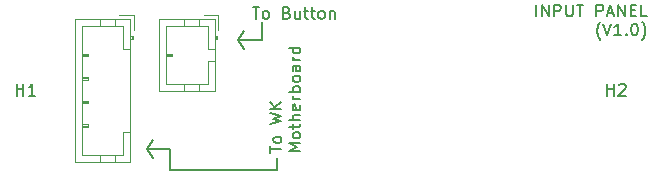
<source format=gbr>
%TF.GenerationSoftware,KiCad,Pcbnew,(6.0.9)*%
%TF.CreationDate,2023-05-10T13:01:55+05:30*%
%TF.ProjectId,Input_Panel(V2.0),496e7075-745f-4506-916e-656c2856322e,rev?*%
%TF.SameCoordinates,Original*%
%TF.FileFunction,Legend,Top*%
%TF.FilePolarity,Positive*%
%FSLAX46Y46*%
G04 Gerber Fmt 4.6, Leading zero omitted, Abs format (unit mm)*
G04 Created by KiCad (PCBNEW (6.0.9)) date 2023-05-10 13:01:55*
%MOMM*%
%LPD*%
G01*
G04 APERTURE LIST*
%ADD10C,0.152400*%
%ADD11C,0.150000*%
%ADD12C,0.120000*%
G04 APERTURE END LIST*
D10*
X14250000Y-13750000D02*
X13750000Y-13000000D01*
X14250000Y-12250000D02*
X13750000Y-13000000D01*
X15750000Y-13000000D02*
X13750000Y-13000000D01*
X15750000Y-14750000D02*
X15750000Y-13000000D01*
X24750000Y-14750000D02*
X15750000Y-14750000D01*
X24750000Y-13750000D02*
X24750000Y-14750000D01*
X24147380Y-13305701D02*
X24147380Y-12734273D01*
X25147380Y-13019987D02*
X24147380Y-13019987D01*
X25147380Y-12258082D02*
X25099761Y-12353320D01*
X25052142Y-12400940D01*
X24956904Y-12448559D01*
X24671190Y-12448559D01*
X24575952Y-12400940D01*
X24528333Y-12353320D01*
X24480714Y-12258082D01*
X24480714Y-12115225D01*
X24528333Y-12019987D01*
X24575952Y-11972368D01*
X24671190Y-11924749D01*
X24956904Y-11924749D01*
X25052142Y-11972368D01*
X25099761Y-12019987D01*
X25147380Y-12115225D01*
X25147380Y-12258082D01*
X24147380Y-10829511D02*
X25147380Y-10591416D01*
X24433095Y-10400940D01*
X25147380Y-10210463D01*
X24147380Y-9972368D01*
X25147380Y-9591416D02*
X24147380Y-9591416D01*
X25147380Y-9019987D02*
X24575952Y-9448559D01*
X24147380Y-9019987D02*
X24718809Y-9591416D01*
X26757380Y-13162844D02*
X25757380Y-13162844D01*
X26471666Y-12829511D01*
X25757380Y-12496178D01*
X26757380Y-12496178D01*
X26757380Y-11877130D02*
X26709761Y-11972368D01*
X26662142Y-12019987D01*
X26566904Y-12067606D01*
X26281190Y-12067606D01*
X26185952Y-12019987D01*
X26138333Y-11972368D01*
X26090714Y-11877130D01*
X26090714Y-11734273D01*
X26138333Y-11639035D01*
X26185952Y-11591416D01*
X26281190Y-11543797D01*
X26566904Y-11543797D01*
X26662142Y-11591416D01*
X26709761Y-11639035D01*
X26757380Y-11734273D01*
X26757380Y-11877130D01*
X26090714Y-11258082D02*
X26090714Y-10877130D01*
X25757380Y-11115225D02*
X26614523Y-11115225D01*
X26709761Y-11067606D01*
X26757380Y-10972368D01*
X26757380Y-10877130D01*
X26757380Y-10543797D02*
X25757380Y-10543797D01*
X26757380Y-10115225D02*
X26233571Y-10115225D01*
X26138333Y-10162844D01*
X26090714Y-10258082D01*
X26090714Y-10400940D01*
X26138333Y-10496178D01*
X26185952Y-10543797D01*
X26709761Y-9258082D02*
X26757380Y-9353320D01*
X26757380Y-9543797D01*
X26709761Y-9639035D01*
X26614523Y-9686654D01*
X26233571Y-9686654D01*
X26138333Y-9639035D01*
X26090714Y-9543797D01*
X26090714Y-9353320D01*
X26138333Y-9258082D01*
X26233571Y-9210463D01*
X26328809Y-9210463D01*
X26424047Y-9686654D01*
X26757380Y-8781892D02*
X26090714Y-8781892D01*
X26281190Y-8781892D02*
X26185952Y-8734273D01*
X26138333Y-8686654D01*
X26090714Y-8591416D01*
X26090714Y-8496178D01*
X26757380Y-8162844D02*
X25757380Y-8162844D01*
X26138333Y-8162844D02*
X26090714Y-8067606D01*
X26090714Y-7877130D01*
X26138333Y-7781892D01*
X26185952Y-7734273D01*
X26281190Y-7686654D01*
X26566904Y-7686654D01*
X26662142Y-7734273D01*
X26709761Y-7781892D01*
X26757380Y-7877130D01*
X26757380Y-8067606D01*
X26709761Y-8162844D01*
X26757380Y-7115225D02*
X26709761Y-7210463D01*
X26662142Y-7258082D01*
X26566904Y-7305701D01*
X26281190Y-7305701D01*
X26185952Y-7258082D01*
X26138333Y-7210463D01*
X26090714Y-7115225D01*
X26090714Y-6972368D01*
X26138333Y-6877130D01*
X26185952Y-6829511D01*
X26281190Y-6781892D01*
X26566904Y-6781892D01*
X26662142Y-6829511D01*
X26709761Y-6877130D01*
X26757380Y-6972368D01*
X26757380Y-7115225D01*
X26757380Y-5924749D02*
X26233571Y-5924749D01*
X26138333Y-5972368D01*
X26090714Y-6067606D01*
X26090714Y-6258082D01*
X26138333Y-6353320D01*
X26709761Y-5924749D02*
X26757380Y-6019987D01*
X26757380Y-6258082D01*
X26709761Y-6353320D01*
X26614523Y-6400940D01*
X26519285Y-6400940D01*
X26424047Y-6353320D01*
X26376428Y-6258082D01*
X26376428Y-6019987D01*
X26328809Y-5924749D01*
X26757380Y-5448559D02*
X26090714Y-5448559D01*
X26281190Y-5448559D02*
X26185952Y-5400940D01*
X26138333Y-5353320D01*
X26090714Y-5258082D01*
X26090714Y-5162844D01*
X26757380Y-4400940D02*
X25757380Y-4400940D01*
X26709761Y-4400940D02*
X26757380Y-4496178D01*
X26757380Y-4686654D01*
X26709761Y-4781892D01*
X26662142Y-4829511D01*
X26566904Y-4877130D01*
X26281190Y-4877130D01*
X26185952Y-4829511D01*
X26138333Y-4781892D01*
X26090714Y-4686654D01*
X26090714Y-4496178D01*
X26138333Y-4400940D01*
X22000000Y-4500000D02*
X21500000Y-3750000D01*
X22000000Y-3000000D02*
X21500000Y-3750000D01*
X23500000Y-3750000D02*
X21500000Y-3750000D01*
X23500000Y-2250000D02*
X23500000Y-3750000D01*
X22710463Y-952380D02*
X23281892Y-952380D01*
X22996178Y-1952380D02*
X22996178Y-952380D01*
X23758082Y-1952380D02*
X23662844Y-1904761D01*
X23615225Y-1857142D01*
X23567606Y-1761904D01*
X23567606Y-1476190D01*
X23615225Y-1380952D01*
X23662844Y-1333333D01*
X23758082Y-1285714D01*
X23900940Y-1285714D01*
X23996178Y-1333333D01*
X24043797Y-1380952D01*
X24091416Y-1476190D01*
X24091416Y-1761904D01*
X24043797Y-1857142D01*
X23996178Y-1904761D01*
X23900940Y-1952380D01*
X23758082Y-1952380D01*
X25615225Y-1428571D02*
X25758082Y-1476190D01*
X25805701Y-1523809D01*
X25853320Y-1619047D01*
X25853320Y-1761904D01*
X25805701Y-1857142D01*
X25758082Y-1904761D01*
X25662844Y-1952380D01*
X25281892Y-1952380D01*
X25281892Y-952380D01*
X25615225Y-952380D01*
X25710463Y-1000000D01*
X25758082Y-1047619D01*
X25805701Y-1142857D01*
X25805701Y-1238095D01*
X25758082Y-1333333D01*
X25710463Y-1380952D01*
X25615225Y-1428571D01*
X25281892Y-1428571D01*
X26710463Y-1285714D02*
X26710463Y-1952380D01*
X26281892Y-1285714D02*
X26281892Y-1809523D01*
X26329511Y-1904761D01*
X26424749Y-1952380D01*
X26567606Y-1952380D01*
X26662844Y-1904761D01*
X26710463Y-1857142D01*
X27043797Y-1285714D02*
X27424749Y-1285714D01*
X27186654Y-952380D02*
X27186654Y-1809523D01*
X27234273Y-1904761D01*
X27329511Y-1952380D01*
X27424749Y-1952380D01*
X27615225Y-1285714D02*
X27996178Y-1285714D01*
X27758082Y-952380D02*
X27758082Y-1809523D01*
X27805701Y-1904761D01*
X27900940Y-1952380D01*
X27996178Y-1952380D01*
X28472368Y-1952380D02*
X28377130Y-1904761D01*
X28329511Y-1857142D01*
X28281892Y-1761904D01*
X28281892Y-1476190D01*
X28329511Y-1380952D01*
X28377130Y-1333333D01*
X28472368Y-1285714D01*
X28615225Y-1285714D01*
X28710463Y-1333333D01*
X28758082Y-1380952D01*
X28805701Y-1476190D01*
X28805701Y-1761904D01*
X28758082Y-1857142D01*
X28710463Y-1904761D01*
X28615225Y-1952380D01*
X28472368Y-1952380D01*
X29234273Y-1285714D02*
X29234273Y-1952380D01*
X29234273Y-1380952D02*
X29281892Y-1333333D01*
X29377130Y-1285714D01*
X29519987Y-1285714D01*
X29615225Y-1333333D01*
X29662844Y-1428571D01*
X29662844Y-1952380D01*
X46724749Y-1747380D02*
X46724749Y-747380D01*
X47200940Y-1747380D02*
X47200940Y-747380D01*
X47772368Y-1747380D01*
X47772368Y-747380D01*
X48248559Y-1747380D02*
X48248559Y-747380D01*
X48629511Y-747380D01*
X48724749Y-795000D01*
X48772368Y-842619D01*
X48819987Y-937857D01*
X48819987Y-1080714D01*
X48772368Y-1175952D01*
X48724749Y-1223571D01*
X48629511Y-1271190D01*
X48248559Y-1271190D01*
X49248559Y-747380D02*
X49248559Y-1556904D01*
X49296178Y-1652142D01*
X49343797Y-1699761D01*
X49439035Y-1747380D01*
X49629511Y-1747380D01*
X49724749Y-1699761D01*
X49772368Y-1652142D01*
X49819987Y-1556904D01*
X49819987Y-747380D01*
X50153320Y-747380D02*
X50724749Y-747380D01*
X50439035Y-1747380D02*
X50439035Y-747380D01*
X51819987Y-1747380D02*
X51819987Y-747380D01*
X52200940Y-747380D01*
X52296178Y-795000D01*
X52343797Y-842619D01*
X52391416Y-937857D01*
X52391416Y-1080714D01*
X52343797Y-1175952D01*
X52296178Y-1223571D01*
X52200940Y-1271190D01*
X51819987Y-1271190D01*
X52772368Y-1461666D02*
X53248559Y-1461666D01*
X52677130Y-1747380D02*
X53010463Y-747380D01*
X53343797Y-1747380D01*
X53677130Y-1747380D02*
X53677130Y-747380D01*
X54248559Y-1747380D01*
X54248559Y-747380D01*
X54724749Y-1223571D02*
X55058082Y-1223571D01*
X55200940Y-1747380D02*
X54724749Y-1747380D01*
X54724749Y-747380D01*
X55200940Y-747380D01*
X56105701Y-1747380D02*
X55629511Y-1747380D01*
X55629511Y-747380D01*
X52153320Y-3738333D02*
X52105701Y-3690714D01*
X52010463Y-3547857D01*
X51962844Y-3452619D01*
X51915225Y-3309761D01*
X51867606Y-3071666D01*
X51867606Y-2881190D01*
X51915225Y-2643095D01*
X51962844Y-2500238D01*
X52010463Y-2405000D01*
X52105701Y-2262142D01*
X52153320Y-2214523D01*
X52391416Y-2357380D02*
X52724749Y-3357380D01*
X53058082Y-2357380D01*
X53915225Y-3357380D02*
X53343797Y-3357380D01*
X53629511Y-3357380D02*
X53629511Y-2357380D01*
X53534273Y-2500238D01*
X53439035Y-2595476D01*
X53343797Y-2643095D01*
X54343797Y-3262142D02*
X54391416Y-3309761D01*
X54343797Y-3357380D01*
X54296178Y-3309761D01*
X54343797Y-3262142D01*
X54343797Y-3357380D01*
X55010463Y-2357380D02*
X55105701Y-2357380D01*
X55200940Y-2405000D01*
X55248559Y-2452619D01*
X55296178Y-2547857D01*
X55343797Y-2738333D01*
X55343797Y-2976428D01*
X55296178Y-3166904D01*
X55248559Y-3262142D01*
X55200940Y-3309761D01*
X55105701Y-3357380D01*
X55010463Y-3357380D01*
X54915225Y-3309761D01*
X54867606Y-3262142D01*
X54819987Y-3166904D01*
X54772368Y-2976428D01*
X54772368Y-2738333D01*
X54819987Y-2547857D01*
X54867606Y-2452619D01*
X54915225Y-2405000D01*
X55010463Y-2357380D01*
X55677130Y-3738333D02*
X55724749Y-3690714D01*
X55819987Y-3547857D01*
X55867606Y-3452619D01*
X55915225Y-3309761D01*
X55962844Y-3071666D01*
X55962844Y-2881190D01*
X55915225Y-2643095D01*
X55867606Y-2500238D01*
X55819987Y-2405000D01*
X55724749Y-2262142D01*
X55677130Y-2214523D01*
D11*
%TO.C,H2*%
X52738095Y-8452380D02*
X52738095Y-7452380D01*
X52738095Y-7928571D02*
X53309523Y-7928571D01*
X53309523Y-8452380D02*
X53309523Y-7452380D01*
X53738095Y-7547619D02*
X53785714Y-7500000D01*
X53880952Y-7452380D01*
X54119047Y-7452380D01*
X54214285Y-7500000D01*
X54261904Y-7547619D01*
X54309523Y-7642857D01*
X54309523Y-7738095D01*
X54261904Y-7880952D01*
X53690476Y-8452380D01*
X54309523Y-8452380D01*
%TO.C,H1*%
X2738095Y-8452380D02*
X2738095Y-7452380D01*
X2738095Y-7928571D02*
X3309523Y-7928571D01*
X3309523Y-8452380D02*
X3309523Y-7452380D01*
X4309523Y-8452380D02*
X3738095Y-8452380D01*
X4023809Y-8452380D02*
X4023809Y-7452380D01*
X3928571Y-7595238D01*
X3833333Y-7690476D01*
X3738095Y-7738095D01*
D12*
%TO.C,J1*%
X11750000Y-11500000D02*
X12360000Y-11500000D01*
X9750000Y-1940000D02*
X9750000Y-2550000D01*
X8750000Y-11100000D02*
X8250000Y-11100000D01*
X8750000Y-5100000D02*
X8250000Y-5100000D01*
X8250000Y-9000000D02*
X8750000Y-9000000D01*
X12560000Y-3700000D02*
X12560000Y-3400000D01*
X9750000Y-14060000D02*
X9750000Y-13450000D01*
X8750000Y-10900000D02*
X8750000Y-11100000D01*
X11050000Y-14060000D02*
X11050000Y-13450000D01*
X11050000Y-1940000D02*
X11050000Y-2550000D01*
X8750000Y-9100000D02*
X8250000Y-9100000D01*
X8250000Y-7000000D02*
X8750000Y-7000000D01*
X11750000Y-13450000D02*
X11750000Y-11500000D01*
X12460000Y-3700000D02*
X12460000Y-3400000D01*
X8250000Y-8900000D02*
X8750000Y-8900000D01*
X8250000Y-4900000D02*
X8750000Y-4900000D01*
X8250000Y-10900000D02*
X8750000Y-10900000D01*
X8250000Y-5000000D02*
X8750000Y-5000000D01*
X11750000Y-4500000D02*
X11750000Y-2550000D01*
X12360000Y-14060000D02*
X12360000Y-1940000D01*
X12660000Y-1640000D02*
X11410000Y-1640000D01*
X8250000Y-13450000D02*
X11750000Y-13450000D01*
X8250000Y-11000000D02*
X8750000Y-11000000D01*
X12360000Y-3700000D02*
X12560000Y-3700000D01*
X8750000Y-6900000D02*
X8750000Y-7100000D01*
X12360000Y-1940000D02*
X7640000Y-1940000D01*
X8750000Y-7100000D02*
X8250000Y-7100000D01*
X12660000Y-2890000D02*
X12660000Y-1640000D01*
X8250000Y-2550000D02*
X8250000Y-13450000D01*
X8750000Y-8900000D02*
X8750000Y-9100000D01*
X8750000Y-4900000D02*
X8750000Y-5100000D01*
X7640000Y-1940000D02*
X7640000Y-14060000D01*
X8250000Y-6900000D02*
X8750000Y-6900000D01*
X7640000Y-14060000D02*
X12360000Y-14060000D01*
X11750000Y-2550000D02*
X8250000Y-2550000D01*
X12360000Y-4500000D02*
X11750000Y-4500000D01*
X12560000Y-3400000D02*
X12360000Y-3400000D01*
%TO.C,J2*%
X15400000Y-4900000D02*
X15900000Y-4900000D01*
X15400000Y-5000000D02*
X15900000Y-5000000D01*
X19610000Y-3700000D02*
X19610000Y-3400000D01*
X18900000Y-2550000D02*
X15400000Y-2550000D01*
X15900000Y-4900000D02*
X15900000Y-5100000D01*
X18900000Y-5500000D02*
X19510000Y-5500000D01*
X18200000Y-8060000D02*
X18200000Y-7450000D01*
X19810000Y-2890000D02*
X19810000Y-1640000D01*
X18900000Y-7450000D02*
X18900000Y-5500000D01*
X15400000Y-2550000D02*
X15400000Y-7450000D01*
X16900000Y-1940000D02*
X16900000Y-2550000D01*
X19510000Y-8060000D02*
X19510000Y-1940000D01*
X15400000Y-7450000D02*
X18900000Y-7450000D01*
X19710000Y-3700000D02*
X19710000Y-3400000D01*
X14790000Y-8060000D02*
X19510000Y-8060000D01*
X19810000Y-1640000D02*
X18560000Y-1640000D01*
X19510000Y-4500000D02*
X18900000Y-4500000D01*
X19510000Y-1940000D02*
X14790000Y-1940000D01*
X19710000Y-3400000D02*
X19510000Y-3400000D01*
X15900000Y-5100000D02*
X15400000Y-5100000D01*
X18900000Y-4500000D02*
X18900000Y-2550000D01*
X19510000Y-3700000D02*
X19710000Y-3700000D01*
X14790000Y-1940000D02*
X14790000Y-8060000D01*
X18200000Y-1940000D02*
X18200000Y-2550000D01*
X16900000Y-8060000D02*
X16900000Y-7450000D01*
%TD*%
M02*

</source>
